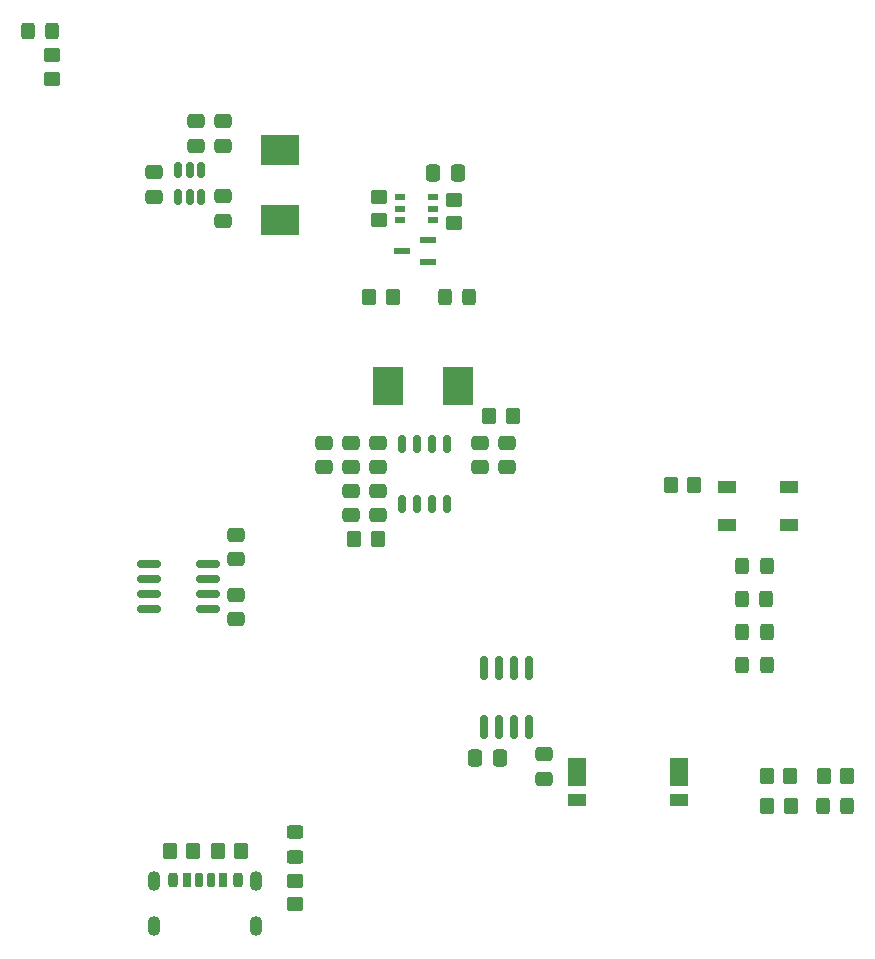
<source format=gtp>
%TF.GenerationSoftware,KiCad,Pcbnew,8.0.6*%
%TF.CreationDate,2024-11-27T19:42:17+03:00*%
%TF.ProjectId,EPSv3,45505376-332e-46b6-9963-61645f706362,rev?*%
%TF.SameCoordinates,Original*%
%TF.FileFunction,Paste,Top*%
%TF.FilePolarity,Positive*%
%FSLAX46Y46*%
G04 Gerber Fmt 4.6, Leading zero omitted, Abs format (unit mm)*
G04 Created by KiCad (PCBNEW 8.0.6) date 2024-11-27 19:42:17*
%MOMM*%
%LPD*%
G01*
G04 APERTURE LIST*
G04 Aperture macros list*
%AMRoundRect*
0 Rectangle with rounded corners*
0 $1 Rounding radius*
0 $2 $3 $4 $5 $6 $7 $8 $9 X,Y pos of 4 corners*
0 Add a 4 corners polygon primitive as box body*
4,1,4,$2,$3,$4,$5,$6,$7,$8,$9,$2,$3,0*
0 Add four circle primitives for the rounded corners*
1,1,$1+$1,$2,$3*
1,1,$1+$1,$4,$5*
1,1,$1+$1,$6,$7*
1,1,$1+$1,$8,$9*
0 Add four rect primitives between the rounded corners*
20,1,$1+$1,$2,$3,$4,$5,0*
20,1,$1+$1,$4,$5,$6,$7,0*
20,1,$1+$1,$6,$7,$8,$9,0*
20,1,$1+$1,$8,$9,$2,$3,0*%
G04 Aperture macros list end*
%ADD10RoundRect,0.250000X-0.337500X-0.475000X0.337500X-0.475000X0.337500X0.475000X-0.337500X0.475000X0*%
%ADD11RoundRect,0.250000X-0.475000X0.337500X-0.475000X-0.337500X0.475000X-0.337500X0.475000X0.337500X0*%
%ADD12RoundRect,0.250000X0.475000X-0.337500X0.475000X0.337500X-0.475000X0.337500X-0.475000X-0.337500X0*%
%ADD13RoundRect,0.250000X-0.450000X0.350000X-0.450000X-0.350000X0.450000X-0.350000X0.450000X0.350000X0*%
%ADD14RoundRect,0.250000X0.337500X0.475000X-0.337500X0.475000X-0.337500X-0.475000X0.337500X-0.475000X0*%
%ADD15R,3.200000X2.600000*%
%ADD16RoundRect,0.250000X0.325000X0.450000X-0.325000X0.450000X-0.325000X-0.450000X0.325000X-0.450000X0*%
%ADD17RoundRect,0.250000X-0.325000X-0.450000X0.325000X-0.450000X0.325000X0.450000X-0.325000X0.450000X0*%
%ADD18RoundRect,0.250000X-0.350000X-0.450000X0.350000X-0.450000X0.350000X0.450000X-0.350000X0.450000X0*%
%ADD19RoundRect,0.250000X0.450000X-0.350000X0.450000X0.350000X-0.450000X0.350000X-0.450000X-0.350000X0*%
%ADD20R,1.320800X0.558800*%
%ADD21RoundRect,0.150000X-0.150000X0.825000X-0.150000X-0.825000X0.150000X-0.825000X0.150000X0.825000X0*%
%ADD22RoundRect,0.175000X-0.175000X-0.425000X0.175000X-0.425000X0.175000X0.425000X-0.175000X0.425000X0*%
%ADD23RoundRect,0.190000X0.190000X0.410000X-0.190000X0.410000X-0.190000X-0.410000X0.190000X-0.410000X0*%
%ADD24RoundRect,0.200000X0.200000X0.400000X-0.200000X0.400000X-0.200000X-0.400000X0.200000X-0.400000X0*%
%ADD25RoundRect,0.175000X0.175000X0.425000X-0.175000X0.425000X-0.175000X-0.425000X0.175000X-0.425000X0*%
%ADD26RoundRect,0.190000X-0.190000X-0.410000X0.190000X-0.410000X0.190000X0.410000X-0.190000X0.410000X0*%
%ADD27RoundRect,0.200000X-0.200000X-0.400000X0.200000X-0.400000X0.200000X0.400000X-0.200000X0.400000X0*%
%ADD28O,1.100000X1.700000*%
%ADD29RoundRect,0.178200X0.151800X-0.584300X0.151800X0.584300X-0.151800X0.584300X-0.151800X-0.584300X0*%
%ADD30R,1.500000X1.050000*%
%ADD31R,1.500000X2.400000*%
%ADD32R,0.952500X0.558800*%
%ADD33RoundRect,0.250000X0.350000X0.450000X-0.350000X0.450000X-0.350000X-0.450000X0.350000X-0.450000X0*%
%ADD34RoundRect,0.150000X-0.825000X-0.150000X0.825000X-0.150000X0.825000X0.150000X-0.825000X0.150000X0*%
%ADD35R,1.550000X1.000000*%
%ADD36RoundRect,0.150000X-0.150000X0.512500X-0.150000X-0.512500X0.150000X-0.512500X0.150000X0.512500X0*%
%ADD37RoundRect,0.250000X-0.450000X0.325000X-0.450000X-0.325000X0.450000X-0.325000X0.450000X0.325000X0*%
%ADD38R,2.600000X3.200000*%
G04 APERTURE END LIST*
D10*
%TO.C,C5*%
X92625106Y-59857982D03*
X94700106Y-59857982D03*
%TD*%
D11*
%TO.C,C7*%
X96583606Y-82730482D03*
X96583606Y-84805482D03*
%TD*%
%TO.C,C11*%
X75947606Y-95585482D03*
X75947606Y-97660482D03*
%TD*%
D12*
%TO.C,C14*%
X74866606Y-63943482D03*
X74866606Y-61868482D03*
%TD*%
D13*
%TO.C,R11*%
X88074606Y-61905982D03*
X88074606Y-63905982D03*
%TD*%
D14*
%TO.C,C1*%
X98256106Y-109387982D03*
X96181106Y-109387982D03*
%TD*%
D15*
%TO.C,L2*%
X79692606Y-63823982D03*
X79692606Y-57923982D03*
%TD*%
D16*
%TO.C,D3*%
X127707606Y-113451982D03*
X125657606Y-113451982D03*
%TD*%
D17*
%TO.C,D8*%
X118822106Y-93154482D03*
X120872106Y-93154482D03*
%TD*%
D18*
%TO.C,R5*%
X74374606Y-117261982D03*
X76374606Y-117261982D03*
%TD*%
D19*
%TO.C,R4*%
X80962606Y-121817982D03*
X80962606Y-119817982D03*
%TD*%
D12*
%TO.C,C16*%
X72580606Y-57593482D03*
X72580606Y-55518482D03*
%TD*%
D20*
%TO.C,U3*%
X92214806Y-67401782D03*
X92214806Y-65522182D03*
X90030406Y-66461982D03*
%TD*%
D16*
%TO.C,D7*%
X120849606Y-95925982D03*
X118799606Y-95925982D03*
%TD*%
D21*
%TO.C,U1*%
X100771606Y-101832982D03*
X99501606Y-101832982D03*
X98231606Y-101832982D03*
X96961606Y-101832982D03*
X96961606Y-106782982D03*
X98231606Y-106782982D03*
X99501606Y-106782982D03*
X100771606Y-106782982D03*
%TD*%
D11*
%TO.C,C8*%
X87947606Y-82730482D03*
X87947606Y-84805482D03*
%TD*%
D12*
%TO.C,C3*%
X85661606Y-88869482D03*
X85661606Y-86794482D03*
%TD*%
D11*
%TO.C,C6*%
X98869606Y-82730482D03*
X98869606Y-84805482D03*
%TD*%
D22*
%TO.C,J3*%
X72842606Y-119769982D03*
D23*
X74862606Y-119769982D03*
D24*
X76092606Y-119769982D03*
D25*
X73842606Y-119769982D03*
D26*
X71822606Y-119769982D03*
D27*
X70592606Y-119769982D03*
D28*
X69022606Y-119849982D03*
X69022606Y-123649982D03*
X77662606Y-119849982D03*
X77662606Y-123649982D03*
%TD*%
D16*
%TO.C,D9*%
X95703606Y-70398982D03*
X93653606Y-70398982D03*
%TD*%
D29*
%TO.C,U2*%
X89979606Y-87941982D03*
X91249606Y-87941982D03*
X92519606Y-87941982D03*
X93789606Y-87941982D03*
X93789606Y-82861982D03*
X92519606Y-82861982D03*
X91249606Y-82861982D03*
X89979606Y-82861982D03*
%TD*%
D18*
%TO.C,R2*%
X120872606Y-110911982D03*
X122872606Y-110911982D03*
%TD*%
D11*
%TO.C,C2*%
X102044606Y-109112482D03*
X102044606Y-111187482D03*
%TD*%
D17*
%TO.C,D6*%
X118822106Y-98719982D03*
X120872106Y-98719982D03*
%TD*%
D12*
%TO.C,C12*%
X75947606Y-92580482D03*
X75947606Y-90505482D03*
%TD*%
D30*
%TO.C,D1*%
X104838606Y-112943982D03*
D31*
X104838606Y-110568982D03*
%TD*%
D18*
%TO.C,R8*%
X97361606Y-80465982D03*
X99361606Y-80465982D03*
%TD*%
D16*
%TO.C,D5*%
X120858606Y-101513982D03*
X118808606Y-101513982D03*
%TD*%
D17*
%TO.C,D10*%
X58296806Y-47843782D03*
X60346806Y-47843782D03*
%TD*%
D11*
%TO.C,C13*%
X69024606Y-59836482D03*
X69024606Y-61911482D03*
%TD*%
%TO.C,C10*%
X83375606Y-82730482D03*
X83375606Y-84805482D03*
%TD*%
D32*
%TO.C,IC1*%
X89782650Y-61943999D03*
X89782650Y-62894000D03*
X89782650Y-63844001D03*
X92589350Y-63844001D03*
X92589350Y-62894000D03*
X92589350Y-61943999D03*
%TD*%
D19*
%TO.C,R9*%
X94424606Y-64159982D03*
X94424606Y-62159982D03*
%TD*%
D33*
%TO.C,R7*%
X87931606Y-90879982D03*
X85931606Y-90879982D03*
%TD*%
D18*
%TO.C,R10*%
X112728606Y-86273982D03*
X114728606Y-86273982D03*
%TD*%
D33*
%TO.C,R12*%
X89233000Y-70411000D03*
X87233000Y-70411000D03*
%TD*%
D34*
%TO.C,U4*%
X68581606Y-93004982D03*
X68581606Y-94274982D03*
X68581606Y-95544982D03*
X68581606Y-96814982D03*
X73531606Y-96814982D03*
X73531606Y-95544982D03*
X73531606Y-94274982D03*
X73531606Y-93004982D03*
%TD*%
D12*
%TO.C,C4*%
X87947606Y-88869482D03*
X87947606Y-86794482D03*
%TD*%
D35*
%TO.C,S2*%
X117538606Y-86451982D03*
X117538606Y-89651982D03*
X122788606Y-89651982D03*
X122788606Y-86451982D03*
%TD*%
D36*
%TO.C,U5*%
X72956606Y-59614982D03*
X72006606Y-59614982D03*
X71056606Y-59614982D03*
X71056606Y-61889982D03*
X72006606Y-61889982D03*
X72956606Y-61889982D03*
%TD*%
D18*
%TO.C,R1*%
X120901606Y-113451982D03*
X122901606Y-113451982D03*
%TD*%
D33*
%TO.C,R6*%
X72310606Y-117261982D03*
X70310606Y-117261982D03*
%TD*%
D37*
%TO.C,D4*%
X80962606Y-115719982D03*
X80962606Y-117769982D03*
%TD*%
D18*
%TO.C,R3*%
X125682606Y-110911982D03*
X127682606Y-110911982D03*
%TD*%
D11*
%TO.C,C9*%
X85661606Y-82730482D03*
X85661606Y-84805482D03*
%TD*%
D38*
%TO.C,L1*%
X88807606Y-77925982D03*
X94707606Y-77925982D03*
%TD*%
D30*
%TO.C,D2*%
X113441106Y-112978482D03*
D31*
X113441106Y-110603482D03*
%TD*%
D19*
%TO.C,R13*%
X60337806Y-51891782D03*
X60337806Y-49891782D03*
%TD*%
D12*
%TO.C,C15*%
X74866606Y-57593482D03*
X74866606Y-55518482D03*
%TD*%
M02*

</source>
